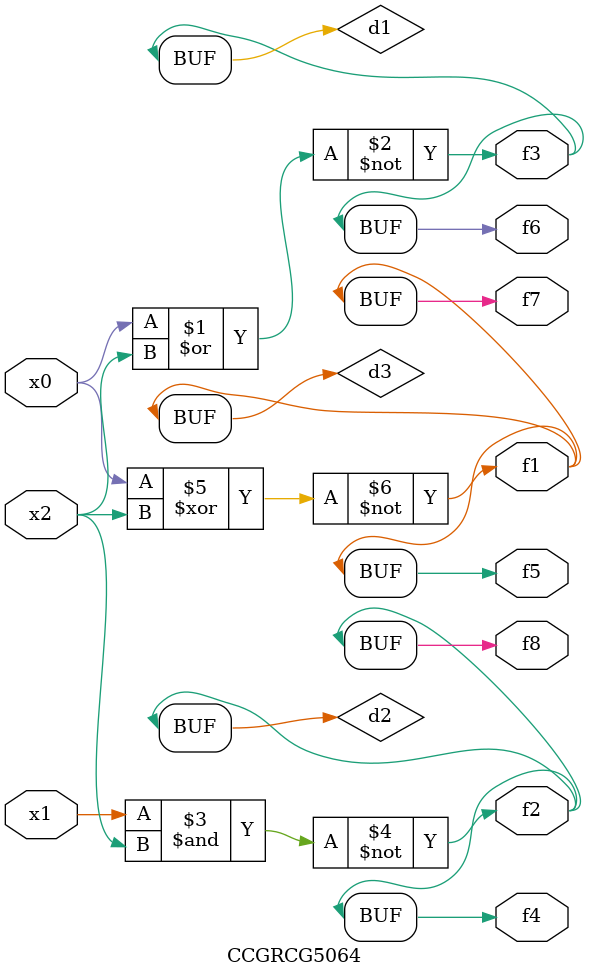
<source format=v>
module CCGRCG5064(
	input x0, x1, x2,
	output f1, f2, f3, f4, f5, f6, f7, f8
);

	wire d1, d2, d3;

	nor (d1, x0, x2);
	nand (d2, x1, x2);
	xnor (d3, x0, x2);
	assign f1 = d3;
	assign f2 = d2;
	assign f3 = d1;
	assign f4 = d2;
	assign f5 = d3;
	assign f6 = d1;
	assign f7 = d3;
	assign f8 = d2;
endmodule

</source>
